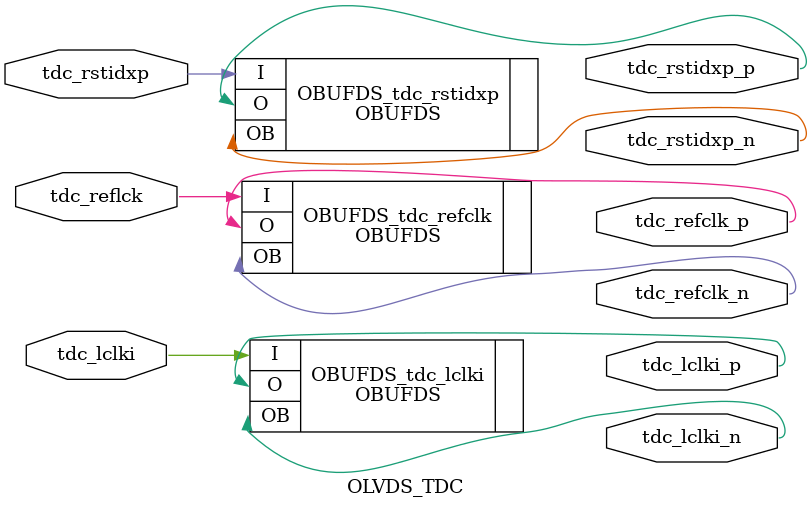
<source format=v>
`timescale 1ns / 1ps


module OLVDS_TDC(
    output tdc_refclk_n,
    output tdc_refclk_p,
    input tdc_reflck,

    output tdc_rstidxp_n,
    output tdc_rstidxp_p,
    input tdc_rstidxp,

    output tdc_lclki_n,
    output tdc_lclki_p,
    input tdc_lclki

    );
    
OBUFDS #(
      .IOSTANDARD("DEFAULT"), // Specify the output I/O standard
      .SLEW("SLOW")           // Specify the output slew rate
   ) OBUFDS_tdc_refclk (
      .O(tdc_refclk_p),     // Diff_p output (connect directly to top-level port)
      .OB(tdc_refclk_n),   // Diff_n output (connect directly to top-level port)
      .I(tdc_reflck)      // Buffer input
   );
OBUFDS #(
      .IOSTANDARD("DEFAULT"), // Specify the output I/O standard
      .SLEW("SLOW")           // Specify the output slew rate
   ) OBUFDS_tdc_rstidxp (
      .O(tdc_rstidxp_p),     // Diff_p output (connect directly to top-level port)
      .OB(tdc_rstidxp_n),   // Diff_n output (connect directly to top-level port)
      .I(tdc_rstidxp)      // Buffer input
   );

OBUFDS #(
      .IOSTANDARD("DEFAULT"), // Specify the output I/O standard
      .SLEW("SLOW")           // Specify the output slew rate
   ) OBUFDS_tdc_lclki (
      .O(tdc_lclki_p),     // Diff_p output (connect directly to top-level port)
      .OB(tdc_lclki_n),   // Diff_n output (connect directly to top-level port)
      .I(tdc_lclki)      // Buffer input
   );


endmodule

</source>
